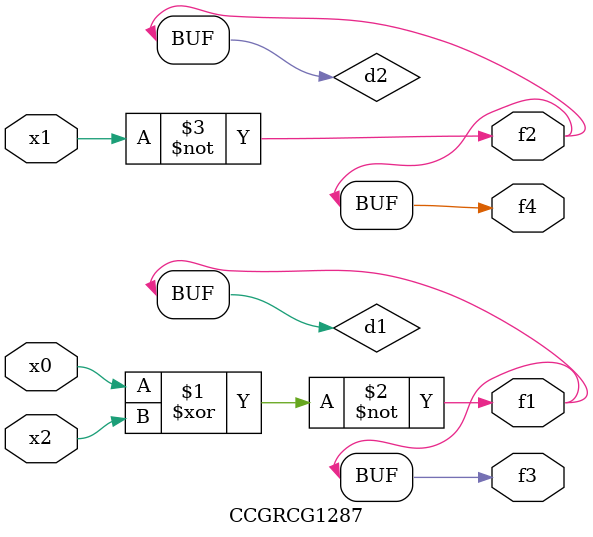
<source format=v>
module CCGRCG1287(
	input x0, x1, x2,
	output f1, f2, f3, f4
);

	wire d1, d2, d3;

	xnor (d1, x0, x2);
	nand (d2, x1);
	nor (d3, x1, x2);
	assign f1 = d1;
	assign f2 = d2;
	assign f3 = d1;
	assign f4 = d2;
endmodule

</source>
